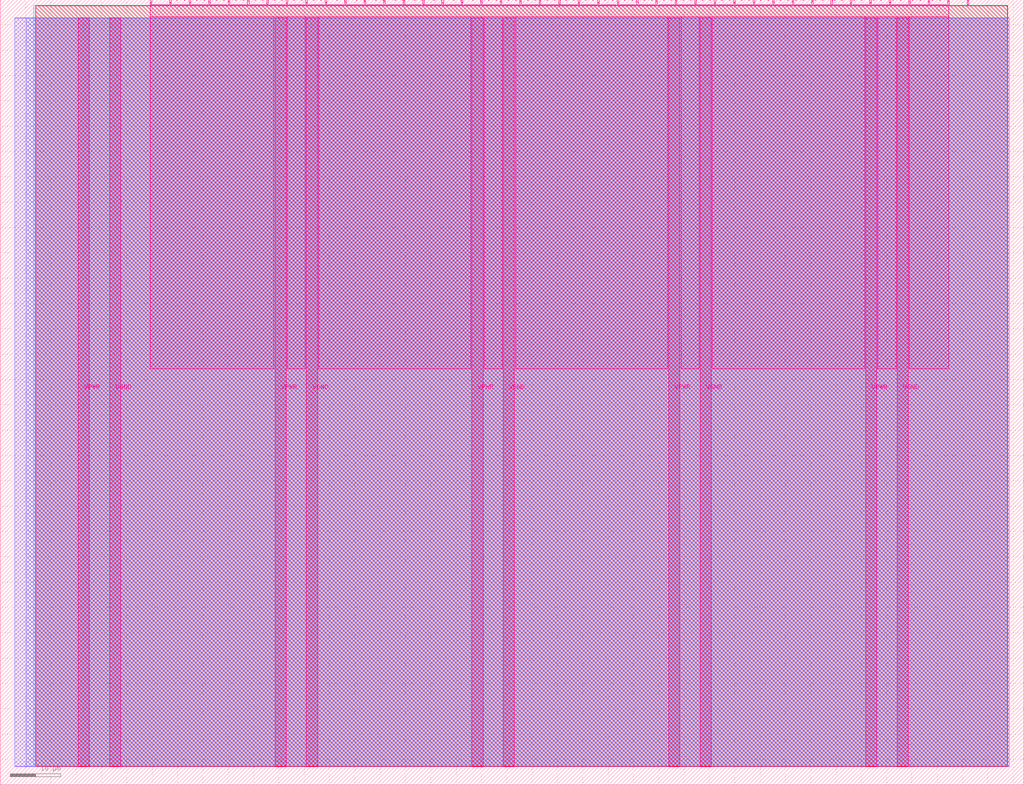
<source format=lef>
VERSION 5.7 ;
  NOWIREEXTENSIONATPIN ON ;
  DIVIDERCHAR "/" ;
  BUSBITCHARS "[]" ;
MACRO tt_um_riscv_mini_ihp
  CLASS BLOCK ;
  FOREIGN tt_um_riscv_mini_ihp ;
  ORIGIN 0.000 0.000 ;
  SIZE 202.080 BY 154.980 ;
  PIN VGND
    DIRECTION INOUT ;
    USE GROUND ;
    PORT
      LAYER Metal5 ;
        RECT 21.580 3.560 23.780 151.420 ;
    END
    PORT
      LAYER Metal5 ;
        RECT 60.450 3.560 62.650 151.420 ;
    END
    PORT
      LAYER Metal5 ;
        RECT 99.320 3.560 101.520 151.420 ;
    END
    PORT
      LAYER Metal5 ;
        RECT 138.190 3.560 140.390 151.420 ;
    END
    PORT
      LAYER Metal5 ;
        RECT 177.060 3.560 179.260 151.420 ;
    END
  END VGND
  PIN VPWR
    DIRECTION INOUT ;
    USE POWER ;
    PORT
      LAYER Metal5 ;
        RECT 15.380 3.560 17.580 151.420 ;
    END
    PORT
      LAYER Metal5 ;
        RECT 54.250 3.560 56.450 151.420 ;
    END
    PORT
      LAYER Metal5 ;
        RECT 93.120 3.560 95.320 151.420 ;
    END
    PORT
      LAYER Metal5 ;
        RECT 131.990 3.560 134.190 151.420 ;
    END
    PORT
      LAYER Metal5 ;
        RECT 170.860 3.560 173.060 151.420 ;
    END
  END VPWR
  PIN clk
    DIRECTION INPUT ;
    USE SIGNAL ;
    ANTENNAGATEAREA 0.213200 ;
    PORT
      LAYER Metal5 ;
        RECT 187.050 153.980 187.350 154.980 ;
    END
  END clk
  PIN ena
    DIRECTION INPUT ;
    USE SIGNAL ;
    PORT
      LAYER Metal5 ;
        RECT 190.890 153.980 191.190 154.980 ;
    END
  END ena
  PIN rst_n
    DIRECTION INPUT ;
    USE SIGNAL ;
    ANTENNAGATEAREA 0.741000 ;
    PORT
      LAYER Metal5 ;
        RECT 183.210 153.980 183.510 154.980 ;
    END
  END rst_n
  PIN ui_in[0]
    DIRECTION INPUT ;
    USE SIGNAL ;
    ANTENNAGATEAREA 0.213200 ;
    PORT
      LAYER Metal5 ;
        RECT 179.370 153.980 179.670 154.980 ;
    END
  END ui_in[0]
  PIN ui_in[1]
    DIRECTION INPUT ;
    USE SIGNAL ;
    ANTENNAGATEAREA 0.213200 ;
    PORT
      LAYER Metal5 ;
        RECT 175.530 153.980 175.830 154.980 ;
    END
  END ui_in[1]
  PIN ui_in[2]
    DIRECTION INPUT ;
    USE SIGNAL ;
    ANTENNAGATEAREA 0.180700 ;
    PORT
      LAYER Metal5 ;
        RECT 171.690 153.980 171.990 154.980 ;
    END
  END ui_in[2]
  PIN ui_in[3]
    DIRECTION INPUT ;
    USE SIGNAL ;
    ANTENNAGATEAREA 0.180700 ;
    PORT
      LAYER Metal5 ;
        RECT 167.850 153.980 168.150 154.980 ;
    END
  END ui_in[3]
  PIN ui_in[4]
    DIRECTION INPUT ;
    USE SIGNAL ;
    ANTENNAGATEAREA 0.213200 ;
    PORT
      LAYER Metal5 ;
        RECT 164.010 153.980 164.310 154.980 ;
    END
  END ui_in[4]
  PIN ui_in[5]
    DIRECTION INPUT ;
    USE SIGNAL ;
    ANTENNAGATEAREA 0.180700 ;
    PORT
      LAYER Metal5 ;
        RECT 160.170 153.980 160.470 154.980 ;
    END
  END ui_in[5]
  PIN ui_in[6]
    DIRECTION INPUT ;
    USE SIGNAL ;
    ANTENNAGATEAREA 0.180700 ;
    PORT
      LAYER Metal5 ;
        RECT 156.330 153.980 156.630 154.980 ;
    END
  END ui_in[6]
  PIN ui_in[7]
    DIRECTION INPUT ;
    USE SIGNAL ;
    ANTENNAGATEAREA 0.180700 ;
    PORT
      LAYER Metal5 ;
        RECT 152.490 153.980 152.790 154.980 ;
    END
  END ui_in[7]
  PIN uio_in[0]
    DIRECTION INPUT ;
    USE SIGNAL ;
    ANTENNAGATEAREA 0.393900 ;
    PORT
      LAYER Metal5 ;
        RECT 148.650 153.980 148.950 154.980 ;
    END
  END uio_in[0]
  PIN uio_in[1]
    DIRECTION INPUT ;
    USE SIGNAL ;
    ANTENNAGATEAREA 0.426400 ;
    PORT
      LAYER Metal5 ;
        RECT 144.810 153.980 145.110 154.980 ;
    END
  END uio_in[1]
  PIN uio_in[2]
    DIRECTION INPUT ;
    USE SIGNAL ;
    ANTENNAGATEAREA 0.180700 ;
    PORT
      LAYER Metal5 ;
        RECT 140.970 153.980 141.270 154.980 ;
    END
  END uio_in[2]
  PIN uio_in[3]
    DIRECTION INPUT ;
    USE SIGNAL ;
    ANTENNAGATEAREA 0.213200 ;
    PORT
      LAYER Metal5 ;
        RECT 137.130 153.980 137.430 154.980 ;
    END
  END uio_in[3]
  PIN uio_in[4]
    DIRECTION INPUT ;
    USE SIGNAL ;
    ANTENNAGATEAREA 0.213200 ;
    PORT
      LAYER Metal5 ;
        RECT 133.290 153.980 133.590 154.980 ;
    END
  END uio_in[4]
  PIN uio_in[5]
    DIRECTION INPUT ;
    USE SIGNAL ;
    ANTENNAGATEAREA 0.180700 ;
    PORT
      LAYER Metal5 ;
        RECT 129.450 153.980 129.750 154.980 ;
    END
  END uio_in[5]
  PIN uio_in[6]
    DIRECTION INPUT ;
    USE SIGNAL ;
    ANTENNAGATEAREA 0.180700 ;
    PORT
      LAYER Metal5 ;
        RECT 125.610 153.980 125.910 154.980 ;
    END
  END uio_in[6]
  PIN uio_in[7]
    DIRECTION INPUT ;
    USE SIGNAL ;
    ANTENNAGATEAREA 0.180700 ;
    PORT
      LAYER Metal5 ;
        RECT 121.770 153.980 122.070 154.980 ;
    END
  END uio_in[7]
  PIN uio_oe[0]
    DIRECTION OUTPUT ;
    USE SIGNAL ;
    ANTENNADIFFAREA 0.299200 ;
    PORT
      LAYER Metal5 ;
        RECT 56.490 153.980 56.790 154.980 ;
    END
  END uio_oe[0]
  PIN uio_oe[1]
    DIRECTION OUTPUT ;
    USE SIGNAL ;
    ANTENNADIFFAREA 0.299200 ;
    PORT
      LAYER Metal5 ;
        RECT 52.650 153.980 52.950 154.980 ;
    END
  END uio_oe[1]
  PIN uio_oe[2]
    DIRECTION OUTPUT ;
    USE SIGNAL ;
    ANTENNADIFFAREA 0.299200 ;
    PORT
      LAYER Metal5 ;
        RECT 48.810 153.980 49.110 154.980 ;
    END
  END uio_oe[2]
  PIN uio_oe[3]
    DIRECTION OUTPUT ;
    USE SIGNAL ;
    ANTENNADIFFAREA 0.299200 ;
    PORT
      LAYER Metal5 ;
        RECT 44.970 153.980 45.270 154.980 ;
    END
  END uio_oe[3]
  PIN uio_oe[4]
    DIRECTION OUTPUT ;
    USE SIGNAL ;
    ANTENNADIFFAREA 0.299200 ;
    PORT
      LAYER Metal5 ;
        RECT 41.130 153.980 41.430 154.980 ;
    END
  END uio_oe[4]
  PIN uio_oe[5]
    DIRECTION OUTPUT ;
    USE SIGNAL ;
    ANTENNADIFFAREA 0.299200 ;
    PORT
      LAYER Metal5 ;
        RECT 37.290 153.980 37.590 154.980 ;
    END
  END uio_oe[5]
  PIN uio_oe[6]
    DIRECTION OUTPUT ;
    USE SIGNAL ;
    ANTENNADIFFAREA 0.299200 ;
    PORT
      LAYER Metal5 ;
        RECT 33.450 153.980 33.750 154.980 ;
    END
  END uio_oe[6]
  PIN uio_oe[7]
    DIRECTION OUTPUT ;
    USE SIGNAL ;
    ANTENNADIFFAREA 0.299200 ;
    PORT
      LAYER Metal5 ;
        RECT 29.610 153.980 29.910 154.980 ;
    END
  END uio_oe[7]
  PIN uio_out[0]
    DIRECTION OUTPUT ;
    USE SIGNAL ;
    ANTENNADIFFAREA 0.299200 ;
    PORT
      LAYER Metal5 ;
        RECT 87.210 153.980 87.510 154.980 ;
    END
  END uio_out[0]
  PIN uio_out[1]
    DIRECTION OUTPUT ;
    USE SIGNAL ;
    ANTENNADIFFAREA 0.299200 ;
    PORT
      LAYER Metal5 ;
        RECT 83.370 153.980 83.670 154.980 ;
    END
  END uio_out[1]
  PIN uio_out[2]
    DIRECTION OUTPUT ;
    USE SIGNAL ;
    ANTENNADIFFAREA 0.299200 ;
    PORT
      LAYER Metal5 ;
        RECT 79.530 153.980 79.830 154.980 ;
    END
  END uio_out[2]
  PIN uio_out[3]
    DIRECTION OUTPUT ;
    USE SIGNAL ;
    ANTENNADIFFAREA 0.299200 ;
    PORT
      LAYER Metal5 ;
        RECT 75.690 153.980 75.990 154.980 ;
    END
  END uio_out[3]
  PIN uio_out[4]
    DIRECTION OUTPUT ;
    USE SIGNAL ;
    ANTENNADIFFAREA 0.299200 ;
    PORT
      LAYER Metal5 ;
        RECT 71.850 153.980 72.150 154.980 ;
    END
  END uio_out[4]
  PIN uio_out[5]
    DIRECTION OUTPUT ;
    USE SIGNAL ;
    ANTENNADIFFAREA 0.299200 ;
    PORT
      LAYER Metal5 ;
        RECT 68.010 153.980 68.310 154.980 ;
    END
  END uio_out[5]
  PIN uio_out[6]
    DIRECTION OUTPUT ;
    USE SIGNAL ;
    ANTENNADIFFAREA 0.299200 ;
    PORT
      LAYER Metal5 ;
        RECT 64.170 153.980 64.470 154.980 ;
    END
  END uio_out[6]
  PIN uio_out[7]
    DIRECTION OUTPUT ;
    USE SIGNAL ;
    ANTENNADIFFAREA 0.299200 ;
    PORT
      LAYER Metal5 ;
        RECT 60.330 153.980 60.630 154.980 ;
    END
  END uio_out[7]
  PIN uo_out[0]
    DIRECTION OUTPUT ;
    USE SIGNAL ;
    ANTENNADIFFAREA 0.677200 ;
    PORT
      LAYER Metal5 ;
        RECT 117.930 153.980 118.230 154.980 ;
    END
  END uo_out[0]
  PIN uo_out[1]
    DIRECTION OUTPUT ;
    USE SIGNAL ;
    ANTENNADIFFAREA 0.988000 ;
    PORT
      LAYER Metal5 ;
        RECT 114.090 153.980 114.390 154.980 ;
    END
  END uo_out[1]
  PIN uo_out[2]
    DIRECTION OUTPUT ;
    USE SIGNAL ;
    ANTENNADIFFAREA 0.988000 ;
    PORT
      LAYER Metal5 ;
        RECT 110.250 153.980 110.550 154.980 ;
    END
  END uo_out[2]
  PIN uo_out[3]
    DIRECTION OUTPUT ;
    USE SIGNAL ;
    ANTENNADIFFAREA 0.988000 ;
    PORT
      LAYER Metal5 ;
        RECT 106.410 153.980 106.710 154.980 ;
    END
  END uo_out[3]
  PIN uo_out[4]
    DIRECTION OUTPUT ;
    USE SIGNAL ;
    ANTENNADIFFAREA 0.988000 ;
    PORT
      LAYER Metal5 ;
        RECT 102.570 153.980 102.870 154.980 ;
    END
  END uo_out[4]
  PIN uo_out[5]
    DIRECTION OUTPUT ;
    USE SIGNAL ;
    ANTENNADIFFAREA 0.988000 ;
    PORT
      LAYER Metal5 ;
        RECT 98.730 153.980 99.030 154.980 ;
    END
  END uo_out[5]
  PIN uo_out[6]
    DIRECTION OUTPUT ;
    USE SIGNAL ;
    ANTENNADIFFAREA 0.662000 ;
    PORT
      LAYER Metal5 ;
        RECT 94.890 153.980 95.190 154.980 ;
    END
  END uo_out[6]
  PIN uo_out[7]
    DIRECTION OUTPUT ;
    USE SIGNAL ;
    ANTENNADIFFAREA 0.662000 ;
    PORT
      LAYER Metal5 ;
        RECT 91.050 153.980 91.350 154.980 ;
    END
  END uo_out[7]
  OBS
      LAYER GatPoly ;
        RECT 2.880 3.630 199.200 151.350 ;
      LAYER Metal1 ;
        RECT 2.880 3.560 199.200 151.420 ;
      LAYER Metal2 ;
        RECT 5.135 3.680 198.865 151.300 ;
      LAYER Metal3 ;
        RECT 6.620 3.635 198.820 153.865 ;
      LAYER Metal4 ;
        RECT 7.055 3.680 198.865 153.820 ;
      LAYER Metal5 ;
        RECT 30.120 153.770 33.240 153.980 ;
        RECT 33.960 153.770 37.080 153.980 ;
        RECT 37.800 153.770 40.920 153.980 ;
        RECT 41.640 153.770 44.760 153.980 ;
        RECT 45.480 153.770 48.600 153.980 ;
        RECT 49.320 153.770 52.440 153.980 ;
        RECT 53.160 153.770 56.280 153.980 ;
        RECT 57.000 153.770 60.120 153.980 ;
        RECT 60.840 153.770 63.960 153.980 ;
        RECT 64.680 153.770 67.800 153.980 ;
        RECT 68.520 153.770 71.640 153.980 ;
        RECT 72.360 153.770 75.480 153.980 ;
        RECT 76.200 153.770 79.320 153.980 ;
        RECT 80.040 153.770 83.160 153.980 ;
        RECT 83.880 153.770 87.000 153.980 ;
        RECT 87.720 153.770 90.840 153.980 ;
        RECT 91.560 153.770 94.680 153.980 ;
        RECT 95.400 153.770 98.520 153.980 ;
        RECT 99.240 153.770 102.360 153.980 ;
        RECT 103.080 153.770 106.200 153.980 ;
        RECT 106.920 153.770 110.040 153.980 ;
        RECT 110.760 153.770 113.880 153.980 ;
        RECT 114.600 153.770 117.720 153.980 ;
        RECT 118.440 153.770 121.560 153.980 ;
        RECT 122.280 153.770 125.400 153.980 ;
        RECT 126.120 153.770 129.240 153.980 ;
        RECT 129.960 153.770 133.080 153.980 ;
        RECT 133.800 153.770 136.920 153.980 ;
        RECT 137.640 153.770 140.760 153.980 ;
        RECT 141.480 153.770 144.600 153.980 ;
        RECT 145.320 153.770 148.440 153.980 ;
        RECT 149.160 153.770 152.280 153.980 ;
        RECT 153.000 153.770 156.120 153.980 ;
        RECT 156.840 153.770 159.960 153.980 ;
        RECT 160.680 153.770 163.800 153.980 ;
        RECT 164.520 153.770 167.640 153.980 ;
        RECT 168.360 153.770 171.480 153.980 ;
        RECT 172.200 153.770 175.320 153.980 ;
        RECT 176.040 153.770 179.160 153.980 ;
        RECT 179.880 153.770 183.000 153.980 ;
        RECT 183.720 153.770 186.840 153.980 ;
        RECT 29.660 151.630 187.300 153.770 ;
        RECT 29.660 82.175 54.040 151.630 ;
        RECT 56.660 82.175 60.240 151.630 ;
        RECT 62.860 82.175 92.910 151.630 ;
        RECT 95.530 82.175 99.110 151.630 ;
        RECT 101.730 82.175 131.780 151.630 ;
        RECT 134.400 82.175 137.980 151.630 ;
        RECT 140.600 82.175 170.650 151.630 ;
        RECT 173.270 82.175 176.850 151.630 ;
        RECT 179.470 82.175 187.300 151.630 ;
  END
END tt_um_riscv_mini_ihp
END LIBRARY


</source>
